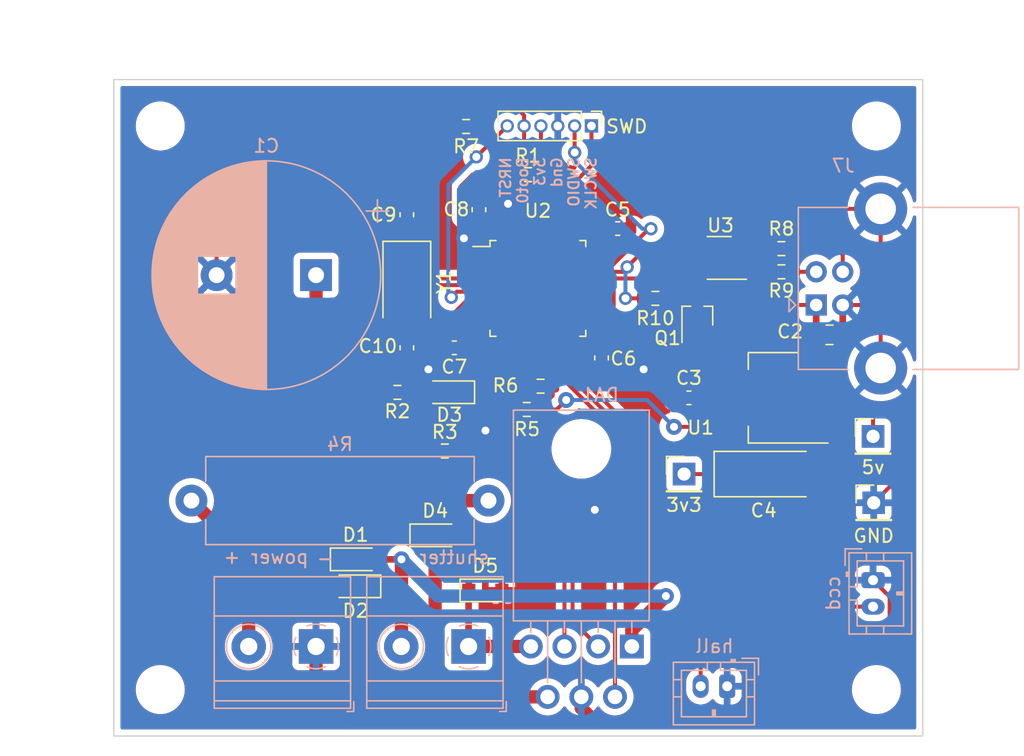
<source format=kicad_pcb>
(kicad_pcb (version 20240108) (generator "pcbnew") (generator_version "8.0")
  (layers (0 "F.Cu" signal) (31 "B.Cu" signal) (34 "B.Paste" user) (35 "F.Paste" user) (36 "B.SilkS" user "B.Silkscreen") (37 "F.SilkS" user "F.Silkscreen") (38 "B.Mask" user) (39 "F.Mask" user) (44 "Edge.Cuts" user))
  (net 0 "")
  (net 1 "Net-(DA1-Vs)")
  (net 2 "GND")
  (net 3 "/VBUS")
  (net 4 "+3V3")
  (net 5 "/OSC_IN")
  (net 6 "/OSC_OUT")
  (net 7 "/Uin")
  (net 8 "Net-(D1-A)")
  (net 9 "/SHTR_V")
  (net 10 "Net-(D4-A)")
  (net 11 "/SHTR_FB")
  (net 12 "/SHTR_A")
  (net 13 "/SHTR_B")
  (net 14 "/SWCLK")
  (net 15 "/SWDIO")
  (net 16 "Net-(J3-Pin_4)")
  (net 17 "/BOOT0")
  (net 18 "/NRST")
  (net 19 "Net-(J7-D-)")
  (net 20 "Net-(J7-D+)")
  (net 21 "/USB_PU")
  (net 22 "Net-(Q1-C)")
  (net 23 "Net-(R8-Pad2)")
  (net 24 "Net-(R9-Pad2)")
  (net 25 "/USBDP")
  (net 29 "Net-(J8-Pin_2)")
  (net 36 "Net-(J9-Pin_2)")
  (net 43 "/USBDM")
  (footprint "Capacitor_SMD:C_0603_1608Metric_Pad1.08x0.95mm_HandSolder" (layer "F.Cu") (at 134.5946 90.7299 -90)
    (property "Reference" "C10")
    (property "Value" "6")
  )
  (footprint "Capacitor_SMD:C_0603_1608Metric_Pad1.08x0.95mm_HandSolder" (layer "F.Cu") (at 140.0302 80.3137 90)
    (property "Reference" "C8")
    (property "Value" "0.1")
  )
  (footprint "Diode_SMD:D_SOD-323_HandSoldering" (layer "F.Cu") (at 137.8 94.08 180)
    (property "Reference" "D3")
    (property "Value" "1N5819")
  )
  (footprint "Resistor_SMD:R_0603_1608Metric_Pad0.98x0.95mm_HandSolder" (layer "F.Cu") (at 133.88 94.09)
    (property "Reference" "R2")
    (property "Value" "56k")
  )
  (footprint "Resistor_SMD:R_0603_1608Metric_Pad0.98x0.95mm_HandSolder" (layer "F.Cu") (at 153.3375 87)
    (property "Reference" "R10")
    (property "Value" "1k5")
  )
  (footprint "Connector_PinHeader_2.54mm:PinHeader_1x01_P2.54mm_Vertical" (layer "F.Cu") (at 155.5 100.25)
    (property "Reference" "J6" (hide yes))
    (property "Value" "3v3")
  )
  (footprint "Connector_PinHeader_2.54mm:PinHeader_1x01_P2.54mm_Vertical" (layer "F.Cu") (at 169.7482 97.409)
    (property "Reference" "J4" (hide yes))
    (property "Value" "5v")
  )
  (footprint "Resistor_SMD:R_0603_1608Metric_Pad0.98x0.95mm_HandSolder" (layer "F.Cu") (at 143.637 95.377)
    (property "Reference" "R5")
    (property "Value" "4k7")
  )
  (footprint "Crystal:Crystal_SMD_5032-2Pin_5.0x3.2mm" (layer "F.Cu") (at 134.5946 85.7504 -90)
    (property "Reference" "Y1")
    (property "Value" "NX5032GA-8MHz")
  )
  (footprint "Capacitor_Tantalum_SMD:CP_EIA-6032-28_Kemet-C_Pad2.25x2.35mm_HandSolder" (layer "F.Cu") (at 161.7 100.25)
    (property "Reference" "C4")
    (property "Value" "47u")
  )
  (footprint "Package_QFP:LQFP-48_7x7mm_P0.5mm" (layer "F.Cu") (at 144.475 86.25)
    (property "Reference" "U2")
    (property "Value" "STM32F103C6Tx")
  )
  (footprint "Diode_SMD:D_SOD-323_HandSoldering" (layer "F.Cu") (at 130.7284 106.68)
    (property "Reference" "D1")
    (property "Value" "1N5819")
  )
  (footprint "MountingHole:MountingHole_3.2mm_M3" (layer "F.Cu") (at 116 74)
    (property "Reference" "H3" (hide yes))
    (property "Value" "MountingHole")
  )
  (footprint "Capacitor_SMD:C_0603_1608Metric_Pad1.08x0.95mm_HandSolder" (layer "F.Cu") (at 149.2758 91.4908 -90)
    (property "Reference" "C6")
    (property "Value" "0.1")
  )
  (footprint "Capacitor_SMD:C_0603_1608Metric_Pad1.08x0.95mm_HandSolder" (layer "F.Cu") (at 155.8625 94.5 180)
    (property "Reference" "C3")
    (property "Value" "0.1")
  )
  (footprint "Package_TO_SOT_SMD:SOT-23-6_Handsoldering" (layer "F.Cu") (at 158.15 83.95 180)
    (property "Reference" "U3")
    (property "Value" "USBLC6-2SC6")
  )
  (footprint "Capacitor_SMD:C_0603_1608Metric_Pad1.08x0.95mm_HandSolder" (layer "F.Cu") (at 134.5946 80.6947 90)
    (property "Reference" "C9")
    (property "Value" "6")
  )
  (footprint "Diode_SMD:D_SOD-323_HandSoldering" (layer "F.Cu") (at 140.51 109.02)
    (property "Reference" "D5")
    (property "Value" "1N5819")
  )
  (footprint "Resistor_SMD:R_0603_1608Metric_Pad0.98x0.95mm_HandSolder" (layer "F.Cu") (at 162.8375 83.25 180)
    (property "Reference" "R8")
    (property "Value" "22")
  )
  (footprint "Connector_PinHeader_1.27mm:PinHeader_1x06_P1.27mm_Vertical" (layer "F.Cu") (at 148.515 74 -90)
    (property "Reference" "J3" (hide yes))
    (property "Value" "SWD")
  )
  (footprint "Package_TO_SOT_SMD:SOT-223-3_TabPin2" (layer "F.Cu") (at 162.25 94.5 180)
    (property "Reference" "U1")
    (property "Value" "LM1117-3.3")
  )
  (footprint "Connector_PinHeader_2.54mm:PinHeader_1x01_P2.54mm_Vertical" (layer "F.Cu") (at 169.799 102.4128)
    (property "Reference" "J5" (hide yes))
    (property "Value" "GND")
  )
  (footprint "Capacitor_SMD:C_0805_2012Metric_Pad1.18x1.45mm_HandSolder" (layer "F.Cu") (at 166.4625 89.75)
    (property "Reference" "C2")
    (property "Value" "1u")
  )
  (footprint "MountingHole:MountingHole_3.2mm_M3" (layer "F.Cu") (at 170 116.5)
    (property "Reference" "H2" (hide yes))
    (property "Value" "MountingHole")
  )
  (footprint "Resistor_SMD:R_0603_1608Metric_Pad0.98x0.95mm_HandSolder" (layer "F.Cu") (at 143.7386 77.6732)
    (property "Reference" "R1")
    (property "Value" "6.9")
  )
  (footprint "Resistor_SMD:R_0603_1608Metric_Pad0.98x0.95mm_HandSolder" (layer "F.Cu") (at 162.8375 85 180)
    (property "Reference" "R9")
    (property "Value" "22")
  )
  (footprint "Capacitor_SMD:C_0603_1608Metric_Pad1.08x0.95mm_HandSolder" (layer "F.Cu") (at 150.4961 81.7372)
    (property "Reference" "C5")
    (property "Value" "0.1")
  )
  (footprint "Resistor_SMD:R_0603_1608Metric_Pad0.98x0.95mm_HandSolder" (layer "F.Cu") (at 144.6784 93.6244)
    (property "Reference" "R6")
    (property "Value" "4k7")
  )
  (footprint "Capacitor_SMD:C_0603_1608Metric_Pad1.08x0.95mm_HandSolder" (layer "F.Cu") (at 138.1749 90.7288 180)
    (property "Reference" "C7")
    (property "Value" "0.1")
  )
  (footprint "MountingHole:MountingHole_3.2mm_M3" (layer "F.Cu") (at 116 116.5)
    (property "Reference" "H4" (hide yes))
    (property "Value" "MountingHole")
  )
  (footprint "MountingHole:MountingHole_3.2mm_M3" (layer "F.Cu") (at 170 74)
    (property "Reference" "H1" (hide yes))
    (property "Value" "MountingHole")
  )
  (footprint "Resistor_SMD:R_0603_1608Metric_Pad0.98x0.95mm_HandSolder" (layer "F.Cu") (at 139.0631 74.041 180)
    (property "Reference" "R7")
    (property "Value" "10k")
  )
  (footprint "Diode_SMD:D_SOD-323_HandSoldering" (layer "F.Cu") (at 136.73 104.87)
    (property "Reference" "D4")
    (property "Value" "1N5819")
  )
  (footprint "Package_TO_SOT_SMD:SOT-323_SC-70_Handsoldering" (layer "F.Cu") (at 156.5 88.33 90)
    (property "Reference" "Q1")
    (property "Value" "DTA114Y")
  )
  (footprint "Diode_SMD:D_SOD-323_HandSoldering" (layer "F.Cu") (at 130.7284 108.712 180)
    (property "Reference" "D2")
    (property "Value" "1N5819")
  )
  (footprint "Resistor_SMD:R_0603_1608Metric_Pad0.98x0.95mm_HandSolder" (layer "F.Cu") (at 137.4575 98.51)
    (property "Reference" "R3")
    (property "Value" "4k7")
  )
  (footprint "Resistor_THT:R_Axial_Power_L20.0mm_W6.4mm_P22.40mm" (layer "B.Cu") (at 118.35 102.25)
    (property "Reference" "R4")
    (property "Value" "300 II")
  )
  (footprint "Capacitor_THT:CP_Radial_D17.0mm_P7.50mm" (layer "B.Cu") (at 127.75 85.25 180)
    (property "Reference" "C1")
    (property "Value" "2200u, 40V")
  )
  (footprint "Package_TO_SOT_THT:TO-220-7_P2.54x3.8mm_StaggerEven_Lead5.85mm_TabDown" (layer "B.Cu") (at 151.56 113.25 180)
    (property "Reference" "DA1")
    (property "Value" "TLE5205")
  )
  (footprint "Connector_JST:JST_PH_B2B-PH-K_1x02_P2.00mm_Vertical" (layer "B.Cu") (at 158.75 116.25 180)
    (property "Reference" "J8" (hide yes))
    (property "Value" "hall")
  )
  (footprint "Connector_USB:USB_B_Lumberg_2411_02_Horizontal" (layer "B.Cu") (at 165.4625 87.5)
    (property "Reference" "J7")
    (property "Value" "USB_B")
  )
  (footprint "TerminalBlock_Phoenix:TerminalBlock_Phoenix_MKDS-1,5-2-5.08_1x02_P5.08mm_Horizontal" (layer "B.Cu") (at 139.25 113.25 180)
    (property "Reference" "J1" (hide yes))
    (property "Value" "shutter")
  )
  (footprint "TerminalBlock_Phoenix:TerminalBlock_Phoenix_MKDS-1,5-2-5.08_1x02_P5.08mm_Horizontal" (layer "B.Cu") (at 127.75 113.25 180)
    (property "Reference" "J2" (hide yes))
    (property "Value" "power")
  )
  (footprint "Connector_JST:JST_PH_B2B-PH-K_1x02_P2.00mm_Vertical" (layer "B.Cu") (at 169.75 108.25 -90)
    (property "Reference" "J9" (hide yes))
    (property "Value" "ccd")
  )
  (gr_line (start 112.5 70.5) (end 173.5 70.5) (stroke (width 0.1)) (layer "Edge.Cuts"))
  (gr_line (start 173.5 120) (end 112.5 120) (stroke (width 0.1)) (layer "Edge.Cuts"))
  (gr_line (start 173.5 70.5) (end 173.5 120) (stroke (width 0.1)) (layer "Edge.Cuts"))
  (gr_line (start 112.5 120) (end 112.5 70.5) (stroke (width 0.1)) (layer "Edge.Cuts"))
  (gr_text "-" (at 129.159 107.188 0) (layer "B.SilkS") (effects (font (size 1 1)) (justify left bottom mirror)))
  (gr_text "NRST\nBoot0\n3v3\nGnd\nSWDIO\nSWCLK" (at 148.9456 76.2762 90) (layer "B.SilkS") (effects (font (size 0.8 0.8)) (justify left bottom mirror)))
  (gr_text "+" (at 122.1232 107.0864 0) (layer "B.SilkS") (effects (font (size 1 1)) (justify left bottom mirror)))
  (segment (start 140.75 102.25) (end 136.9051 102.25) (width 1) (layer "F.Cu") (net 1))
  (segment (start 127.75 95.95) (end 127.75 94.1) (width 1) (layer "F.Cu") (net 1))
  (segment (start 136.7282 114.7282) (end 139.05 117.05) (width 1) (layer "F.Cu") (net 1))
  (segment (start 132.9675 94.09) (end 127.76 94.09) (width 0.3) (layer "F.Cu") (net 1))
  (segment (start 139.05 117.05) (end 145.21 117.05) (width 1) (layer "F.Cu") (net 1))
  (segment (start 136.7282 106.2718) (end 136.7282 102.4269) (width 1) (layer "F.Cu") (net 1))
  (segment (start 127.75 94.1) (end 127.75 85.25) (width 1) (layer "F.Cu") (net 1))
  (segment (start 136.7282 106.2718) (end 136.7282 114.7282) (width 1) (layer "F.Cu") (net 1))
  (segment (start 134.05 102.25) (end 133.8826 102.0826) (width 1) (layer "F.Cu") (net 1))
  (segment (start 140.75 102.25) (end 134.05 102.25) (width 1) (layer "F.Cu") (net 1))
  (segment (start 133.8826 102.0826) (end 127.75 95.95) (width 1) (layer "F.Cu") (net 1))
  (segment (start 127.76 94.09) (end 127.75 94.1) (width 0.3) (layer "F.Cu") (net 1))
  (segment (start 136.7282 102.4269) (end 136.9051 102.25) (width 1) (layer "F.Cu") (net 1))
  (segment (start 140.54 98.51) (end 143.21 101.18) (width 0.3) (layer "F.Cu") (net 2))
  (segment (start 151.3586 81.7372) (end 151.3586 80.6196) (width 0.3) (layer "F.Cu") (net 2))
  (segment (start 151.3586 80.6196) (end 151.7282 80.25) (width 0.3) (layer "F.Cu") (net 2))
  (segment (start 145.975 72.7722) (end 145.3896 72.1868) (width 0.3) (layer "F.Cu") (net 2))
  (segment (start 137.3124 88.954453) (end 138.4554 87.811453) (width 0.3) (layer "F.Cu") (net 2))
  (segment (start 169.799 102.4128) (end 169.799 108.201) (width 0.3) (layer "F.Cu") (net 2))
  (segment (start 148.4225 91.5) (end 149.2758 92.3533) (width 0.3) (layer "F.Cu") (net 2))
  (segment (start 138.37 98.51) (end 140.54 98.51) (width 0.3) (layer "F.Cu") (net 2))
  (segment (start 145.3896 72.1868) (end 138.6586 72.1868) (width 0.3) (layer "F.Cu") (net 2))
  (segment (start 158.1658 83.5152) (end 158.1658 81.3328) (width 0.3) (layer "F.Cu") (net 2))
  (segment (start 139.266853 87) (end 138.4554 87.811453) (width 0.3) (layer "F.Cu") (net 2))
  (segment (start 130.302 118.999) (end 127.75 116.447) (width 1) (layer "F.Cu") (net 2))
  (segment (start 134.5946 77.597) (end 138.1506 74.041) (width 0.3) (layer "F.Cu") (net 2))
  (segment (start 134.5946 79.8322) (end 122.6178 79.8322) (width 0.3) (layer "F.Cu") (net 2))
  (segment (start 127.75 116.447) (end 127.75 113.25) (width 1) (layer "F.Cu") (net 2))
  (segment (start 156.49 80.25) (end 151.7282 80.25) (width 0.3) (layer "F.Cu") (net 2))
  (segment (start 138.3792 82.4738) (end 135.7376 79.8322) (width 0.3) (layer "F.Cu") (net 2))
  (segment (start 171 109.5) (end 171 112.5) (width 0.3) (layer "F.Cu") (net 2))
  (segment (start 149.553 84) (end 151.3586 82.1944) (width 0.3) (layer "F.Cu") (net 2))
  (segment (start 156.49 73.55) (end 156.49 80.25) (width 0.3) (layer "F.Cu") (net 2))
  (segment (start 120.25 82.2) (end 120.25 85.25) (width 0.3) (layer "F.Cu") (net 2))
  (segment (start 138.1506 72.6948) (end 138.1506 74.041) (width 0.3) (layer "F.Cu") (net 2))
  (segment (start 143.21 105.89) (end 141.76 107.34) (width 0.3) (layer "F.Cu") (net 2))
  (segment (start 168.7955 87.5) (end 168.90505 87.60955) (width 0.3) (layer "F.Cu") (net 2))
  (segment (start 170.3225 80.25) (end 170.3225 86.1921) (width 0.3) (layer "F.Cu") (net 2))
  (segment (start 164.25 100.25) (end 164.25 97.95) (width 0.5) (layer "F.Cu") (net 2))
  (segment (start 140.54 96.99) (end 140.52 96.97) (width 0.3) (layer "F.Cu") (net 2))
  (segment (start 170.3225 80.25) (end 159.2466 80.25) (width 0.3) (layer "F.Cu") (net 2))
  (segment (start 167.4625 87.5) (end 168.7955 87.5) (width 0.3) (layer "F.Cu") (net 2))
  (segment (start 135.7376 79.8322) (end 134.5946 79.8322) (width 0.3) (layer "F.Cu") (net 2))
  (segment (start 149.2758 92.3533) (end 149.2769 92.3544) (width 0.3) (layer "F.Cu") (net 2))
  (segment (start 166.5 112.5) (end 171 112.5) (width 0.3) (layer "F.Cu") (net 2))
  (segment (start 134.5946 91.5924) (end 136.4488 91.5924) (width 0.3) (layer "F.Cu") (net 2))
  (segment (start 136.4488 91.5924) (end 137.3124 90.7288) (width 0.3) (layer "F.Cu") (net 2))
  (segment (start 141.76 107.34) (end 141.76 109.02) (width 0.3) (layer "F.Cu") (net 2))
  (segment (start 167.4625 87.5) (end 167.4625 89.7125) (width 0.5) (layer "F.Cu") (net 2))
  (segment (start 159.2466 80.25) (end 156.49 80.25) (width 0.3) (layer "F.Cu") (net 2))
  (segment (start 158.37 81.1286) (end 158.369 81.1276) (width 0.3) (layer "F.Cu") (net 2))
  (segment (start 145.3896 72.1868) (end 155.1268 72.1868) (width 0.3) (layer "F.Cu") (net 2))
  (segment (start 148.844 118.999) (end 130.302 118.999) (width 1) (layer "F.Cu") (net 2))
  (segment (start 158.369 81.1276) (end 159.2466 80.25) (width 0.3) (layer "F.Cu") (net 2))
  (segment (start 168.90505 87.60955) (end 170.3225 89.027) (width 0.3) (layer "F.Cu") (net 2))
  (segment (start 137.3124 90.7288) (end 137.3124 88.954453) (width 0.3) (layer "F.Cu") (net 2))
  (segment (start 138.6586 72.1868) (end 138.1506 72.6948) (width 0.3) (layer "F.Cu") (net 2))
  (segment (start 169.75 108.25) (end 171 109.5) (width 0.3) (layer "F.Cu") (net 2))
  (segment (start 140.0302 79.4512) (end 141.8082 79.4512) (width 0.3) (layer "F.Cu") (net 2))
  (segment (start 127.75 110.4404) (end 129.4784 108.712) (width 0.5) (layer "F.Cu") (net 2))
  (segment (start 151.3586 82.1944) (end 151.3586 81.7372) (width 0.3) (layer "F.Cu") (net 2))
  (segment (start 159.5 83.95) (end 158.6006 83.95) (width 0.3) (layer "F.Cu") (net 2))
  (segment (start 136.2202 92.3544) (end 135.3566 92.3544) (width 0.3) (layer "F.Cu") (net 2))
  (segment (start 143.21 101.18) (end 143.21 105.89) (width 0.3) (layer "F.Cu") (net 2))
  (segment (start 166.4128 102.4128) (end 169.799 102.4128) (width 0.3) (layer "F.Cu") (net 2))
  (segment (start 158.1658 81.3328) (end 158.37 81.1286) (width 0.3) (layer "F.Cu") (net 2))
  (segment (start 140.54 98.51) (end 140.54 96.99) (width 0.3) (layer "F.Cu") (net 2))
  (segment (start 147.75 117.05) (end 147.75 117.905) (width 1) (layer "F.Cu") (net 2))
  (segment (start 172.3898 94.3173) (end 172.3898 99.822) (width 0.3) (layer "F.Cu") (net 2))
  (segment (start 122.6178 79.8322) (end 120.25 82.2) (width 0.3) (layer "F.Cu") (net 2))
  (segment (start 138.8969 82.4738) (end 138.3792 82.4738) (width 0.3) (layer "F.Cu") (net 2))
  (segment (start 151.4225 94.5) (end 149.2758 92.3533) (width 0.3) (layer "F.Cu") (net 2))
  (segment (start 167.4625 89.7125) (end 167.5 89.75) (width 0.5) (layer "F.Cu") (net 2))
  (segment (start 164.25 97.95) (end 165.4 96.8) (width 0.5) (layer "F.Cu") (net 2))
  (segment (start 146.973959 91.5) (end 148.4225 91.5) (width 0.3) (layer "F.Cu") (net 2))
  (segment (start 141.8082 79.4512) (end 142.225 79.868) (width 0.3) (layer "F.Cu") (net 2))
  (segment (start 164.25 100.25) (end 166.4128 102.4128) (width 0.3) (layer "F.Cu") (net 2))
  (segment (start 148.6375 84) (end 149.553 84) (width 0.3) (layer "F.Cu") (net 2))
  (segment (start 170.3225 92.25) (end 170.3225 89.027) (width 0.3) (layer "F.Cu") (net 2))
  (segment (start 158.6006 83.95) (end 158.1658 83.5152) (width 0.3) (layer "F.Cu") (net 2))
  (segment (start 169.799 108.201) (end 169.75 108.25) (width 0.3) (layer "F.Cu") (net 2))
  (segment (start 145.975 74) (end 145.975 72.7722) (width 0.3) (layer "F.Cu") (net 2))
  (segment (start 170.3225 86.1921) (end 168.90505 87.60955) (width 0.3) (layer "F.Cu") (net 2))
  (segment (start 146.725 90.4125) (end 146.725 91.251041) (width 0.3) (layer "F.Cu") (net 2))
  (segment (start 172.3898 99.822) (end 169.799 102.4128) (width 0.3) (layer "F.Cu") (net 2))
  (segment (start 162.75 116.25) (end 166.5 112.5) (width 0.3) (layer "F.Cu") (net 2))
  (segment (start 134.5946 79.8322) (end 134.5946 77.597) (width 0.3) (layer "F.Cu") (net 2))
  (segment (start 149.2769 92.3544) (end 152.4508 92.3544) (width 0.3) (layer "F.Cu") (net 2))
  (segment (start 155.1268 72.1868) (end 156.49 73.55) (width 0.3) (layer "F.Cu") (net 2))
  (segment (start 140.3125 87) (end 139.266853 87) (width 0.3) (layer "F.Cu") (net 2))
  (segment (start 155 94.5) (end 151.4225 94.5) (width 0.3) (layer "F.Cu") (net 2))
  (segment (start 158.75 116.25) (end 162.75 116.25) (width 0.3) (layer "F.Cu") (net 2))
  (segment (start 135.3566 92.3544) (end 134.5946 91.5924) (width 0.3) (layer "F.Cu") (net 2))
  (segment (start 142.225 82.0875) (end 142.225 79.868) (width 0.3) (layer "F.Cu") (net 2))
  (segment (start 146.725 91.251041) (end 146.973959 91.5) (width 0.3) (layer "F.Cu") (net 2))
  (segment (start 170.3225 92.25) (end 172.3898 94.3173) (width 0.3) (layer "F.Cu") (net 2))
  (segment (start 147.75 117.905) (end 148.844 118.999) (width 1) (layer "F.Cu") (net 2))
  (segment (start 127.75 113.25) (end 127.75 110.4404) (width 0.5) (layer "F.Cu") (net 2))
  (via (at 136.2202 92.3544) (size 1.2) (drill 0.6) (layers "F.Cu" "B.Cu") (net 2))
  (via (at 138.8969 82.4738) (size 1.2) (drill 0.6) (layers "F.Cu" "B.Cu") (net 2))
  (via (at 142.225 79.868) (size 1.2) (drill 0.6) (layers "F.Cu" "B.Cu") (net 2))
  (via (at 148.7678 102.9462) (size 1.2) (drill 0.6) (layers "F.Cu" "B.Cu") (net 2))
  (via (at 152.4508 92.3544) (size 1.2) (drill 0.6) (layers "F.Cu" "B.Cu") (net 2))
  (via (at 140.52 96.97) (size 1.2) (drill 0.6) (layers "F.Cu" "B.Cu") (net 2))
  (segment (start 152.4508 92.3544) (end 140.62 92.3544) (width 0.3) (layer "B.Cu") (net 2))
  (segment (start 141.5027 79.868) (end 138.8969 82.4738) (width 0.3) (layer "B.Cu") (net 2))
  (segment (start 142.225 79.868) (end 141.5027 79.868) (width 0.3) (layer "B.Cu") (net 2))
  (segment (start 138.8969 92.3447) (end 138.8872 92.3544) (width 0.3) (layer "B.Cu") (net 2))
  (segment (start 140.52 96.97) (end 140.52 92.4544) (width 0.3) (layer "B.Cu") (net 2))
  (segment (start 140.52 92.4544) (end 140.52 84.0969) (width 0.3) (layer "B.Cu") (net 2))
  (segment (start 146.4962 102.9462) (end 148.7678 102.9462) (width 0.3) (layer "B.Cu") (net 2))
  (segment (start 138.8872 92.3544) (end 136.2202 92.3544) (width 0.3) (layer "B.Cu") (net 2))
  (segment (start 140.52 84.0969) (end 138.8969 82.4738) (width 0.3) (layer "B.Cu") (net 2))
  (segment (start 140.52 96.97) (end 146.4962 102.9462) (width 0.3) (layer "B.Cu") (net 2))
  (segment (start 140.62 92.3544) (end 138.8872 92.3544) (width 0.3) (layer "B.Cu") (net 2))
  (segment (start 140.52 92.4544) (end 140.62 92.3544) (width 0.3) (layer "B.Cu") (net 2))
  (segment (start 158.1404 84.328) (end 158.1404 86.36) (width 0.3) (layer "F.Cu") (net 3))
  (segment (start 158.1404 86.36) (end 159.2804 87.5) (width 0.3) (layer "F.Cu") (net 3))
  (segment (start 157.7624 83.95) (end 158.1404 84.328) (width 0.3) (layer "F.Cu") (net 3))
  (segment (start 165.4625 89.7125) (end 165.425 89.75) (width 0.5) (layer "F.Cu") (net 3))
  (segment (start 169.7482 95.9358) (end 169.7482 97.409) (width 0.3) (layer "F.Cu") (net 3))
  (segment (start 159.2804 87.5) (end 165.4625 87.5) (width 0.3) (layer "F.Cu") (net 3))
  (segment (start 165.4625 87.5) (end 165.4625 89.7125) (width 0.5) (layer "F.Cu") (net 3))
  (segment (start 165.425 92.175) (end 165.4 92.2) (width 0.5) (layer "F.Cu") (net 3))
  (segment (start 165.425 89.75) (end 165.425 92.175) (width 0.5) (layer "F.Cu") (net 3))
  (segment (start 165.4 92.2) (end 166.0124 92.2) (width 0.3) (layer "F.Cu") (net 3))
  (segment (start 166.0124 92.2) (end 169.7482 95.9358) (width 0.3) (layer "F.Cu") (net 3))
  (segment (start 156.8 83.95) (end 157.7624 83.95) (width 0.3) (layer "F.Cu") (net 3))
  (segment (start 157.15 89.66) (end 157.15 92.55) (width 0.3) (layer "F.Cu") (net 4))
  (segment (start 147.4408 90.6283) (end 147.225 90.4125) (width 0.3) (layer "F.Cu") (net 4))
  (segment (start 139.0374 90.7288) (end 139.0374 88.318) (width 0.3) (layer "F.Cu") (net 4))
  (segment (start 141.725 82.0875) (end 141.725 83.432) (width 0.3) (layer "F.Cu") (net 4))
  (segment (start 145.5909 94.3356) (end 144.5495 95.377) (width 0.3) (layer "F.Cu") (net 4))
  (segment (start 147.5638 83.5) (end 148.6375 83.5) (width 0.3) (layer "F.Cu") (net 4))
  (segment (start 141.725 82.0875) (end 140.9415 82.0875) (width 0.3) (layer "F.Cu") (net 4))
  (segment (start 144.5495 95.377) (end 145.8976 95.377) (width 0.3) (layer "F.Cu") (net 4))
  (segment (start 138.6332 80.9244) (end 138.885 81.1762) (width 0.3) (layer "F.Cu") (net 4))
  (segment (start 156.7 96.69) (end 156.7 94.525) (width 0.3) (layer "F.Cu") (net 4))
  (segment (start 141.7828 83.4898) (end 143.0274 84.7344) (width 0.3) (layer "F.Cu") (net 4))
  (segment (start 149.6336 82.5039) (end 148.6375 83.5) (width 0.3) (layer "F.Cu") (net 4))
  (segment (start 142.8261 77.6732) (end 139.5476 77.6732) (width 0.3) (layer "F.Cu") (net 4))
  (segment (start 139.0396 87.934359) (end 139.0396 88.3158) (width 0.3) (layer "F.Cu") (net 4))
  (segment (start 159.15 100.25) (end 159.1 100.2) (width 0.5) (layer "F.Cu") (net 4))
  (segment (start 140.3125 87.5) (end 147.225 87.5) (width 0.3) (layer "F.Cu") (net 4))
  (segment (start 147.225 90.4125) (end 147.225 87.5) (width 0.3) (layer "F.Cu") (net 4))
  (segment (start 140.3125 87.5) (end 139.473959 87.5) (width 0.3) (layer "F.Cu") (net 4))
  (segment (start 138.6332 78.5876) (end 138.6332 80.9244) (width 0.3) (layer "F.Cu") (net 4))
  (segment (start 139.473959 87.5) (end 139.0396 87.934359) (width 0.3) (layer "F.Cu") (net 4))
  (segment (start 138.885 81.1762) (end 140.0302 81.1762) (width 0.3) (layer "F.Cu") (net 4))
  (segment (start 147.225 83.8388) (end 147.5638 83.5) (width 0.3) (layer "F.Cu") (net 4))
  (segment (start 159.1 94.5) (end 156.725 94.5) (width 0.5) (layer "F.Cu") (net 4))
  (segment (start 156.725 94.5) (end 156.725 93.479) (width 0.5) (layer "F.Cu") (net 4))
  (segment (start 139.0374 88.318) (end 139.0396 88.3158) (width 0.3) (layer "F.Cu") (net 4))
  (segment (start 149.2758 90.6283) (end 147.4408 90.6283) (width 0.3) (layer "F.Cu") (net 4))
  (segment (start 140.3125 83.5) (end 141.7726 83.5) (width 0.3) (layer "F.Cu") (net 4))
  (segment (start 156.7 94.525) (end 156.725 94.5) (width 0.3) (layer "F.Cu") (net 4))
  (segment (start 156.725 93.479) (end 153.8743 90.6283) (width 0.5) (layer "F.Cu") (net 4))
  (segment (start 157.15 92.55) (end 159.1 94.5) (width 0.3) (layer "F.Cu") (net 4))
  (segment (start 149.6336 81.7372) (end 149.6336 82.5039) (width 0.3) (layer "F.Cu") (net 4))
  (segment (start 159.1 100.2) (end 159.1 94.5) (width 0.5) (layer "F.Cu") (net 4))
  (segment (start 139.0374 90.7288) (end 139.05 90.7414) (width 0.3) (layer "F.Cu") (net 4))
  (segment (start 155.5 100.25) (end 159.15 100.25) (width 0.3) (layer "F.Cu") (net 4))
  (segment (start 141.725 83.432) (end 141.7828 83.4898) (width 0.3) (layer "F.Cu") (net 4))
  (segment (start 139.05 90.7414) (end 139.05 94.08) (width 0.3) (layer "F.Cu") (net 4))
  (segment (start 145.5909 93.6244) (end 145.5909 94.3356) (width 0.3) (layer "F.Cu") (net 4))
  (segment (start 139.5476 77.6732) (end 138.6332 78.5876) (width 0.3) (layer "F.Cu") (net 4))
  (segment (start 145.8976 95.377) (end 146.608327 94.666273) (width 0.3) (layer "F.Cu") (net 4))
  (segment (start 165.4 94.5) (end 159.1 94.5) (width 0.5) (layer "F.Cu") (net 4))
  (segment (start 143.0274 84.7344) (end 147.225 84.7344) (width 0.3) (layer "F.Cu") (net 4))
  (segment (start 147.225 84.7344) (end 147.225 83.8388) (width 0.3) (layer "F.Cu") (net 4))
  (segment (start 153.8743 90.6283) (end 149.2758 90.6283) (width 0.5) (layer "F.Cu") (net 4))
  (segment (start 140.9415 82.0875) (end 140.0302 81.1762) (width 0.3) (layer "F.Cu") (net 4))
  (segment (start 141.7726 83.5) (end 141.7828 83.4898) (width 0.3) (layer "F.Cu") (net 4))
  (segment (start 154.74 96.69) (end 156.7 96.69) (width 0.3) (layer "F.Cu") (net 4))
  (segment (start 147.225 87.5) (end 147.225 84.7344) (width 0.3) (layer "F.Cu") (net 4))
  (via (at 146.608327 94.666273) (size 1.2) (drill 0.6) (layers "F.Cu" "B.Cu") (net 4))
  (via (at 154.74 96.69) (size 1.2) (drill 0.6) (layers "F.Cu" "B.Cu") (net 4))
  (segment (start 146.608327 94.666273) (end 152.716273 94.666273) (width 0.3) (layer "B.Cu") (net 4))
  (segment (start 152.716273 94.666273) (end 154.74 96.69) (width 0.3) (layer "B.Cu") (net 4))
  (segment (start 140.3125 85.5) (end 136.1942 85.5) (width 0.3) (layer "F.Cu") (net 5))
  (segment (start 134.5946 81.5572) (end 134.5946 83.9004) (width 0.3) (layer "F.Cu") (net 5))
  (segment (start 136.1942 85.5) (end 134.5946 83.9004) (width 0.3) (layer "F.Cu") (net 5))
  (segment (start 136.195 86) (end 134.5946 87.6004) (width 0.3) (layer "F.Cu") (net 6))
  (segment (start 134.5946 87.6004) (end 134.5946 89.8674) (width 0.3) (layer "F.Cu") (net 6))
  (segment (start 140.3125 86) (end 136.195 86) (width 0.3) (layer "F.Cu") (net 6))
  (segment (start 122.67 106.57) (end 118.35 102.25) (width 1) (layer "F.Cu") (net 7))
  (segment (start 122.67 113.25) (end 122.67 106.57) (width 1) (layer "F.Cu") (net 7))
  (segment (start 135.48 104.87) (end 131.2884 104.87) (width 0.5) (layer "F.Cu") (net 7))
  (segment (start 131.2884 104.87) (end 129.4784 106.68) (width 0.5) (layer "F.Cu") (net 7))
  (segment (start 129.4784 106.68) (end 122.78 106.68) (width 0.5) (layer "F.Cu") (net 7))
  (segment (start 122.78 106.68) (end 122.67 106.57) (width 0.5) (layer "F.Cu") (net 7))
  (segment (start 131.9784 106.68) (end 131.9784 108.712) (width 0.5) (layer "F.Cu") (net 8))
  (segment (start 151.56 113.25) (end 151.56 112.0158) (width 1) (layer "F.Cu") (net 8))
  (segment (start 134.1882 113.2318) (end 134.17 113.25) (width 1) (layer "F.Cu") (net 8))
  (segment (start 134.1882 106.68) (end 134.1882 113.2318) (width 1) (layer "F.Cu") (net 8))
  (segment (start 151.56 112.0158) (end 154.1272 109.4486) (width 1) (layer "F.Cu") (net 8))
  (segment (start 134.1882 106.68) (end 131.9784 106.68) (width 0.5) (layer "F.Cu") (net 8))
  (via (at 154.1272 109.4486) (size 1.2) (drill 0.6) (layers "F.Cu" "B.Cu") (net 8))
  (via (at 134.1882 106.68) (size 1.2) (drill 0.6) (layers "F.Cu" "B.Cu") (net 8))
  (segment (start 154.1272 109.4486) (end 136.9568 109.4486) (width 1) (layer "B.Cu") (net 8))
  (segment (start 136.9568 109.4486) (end 134.1882 106.68) (width 1) (layer "B.Cu") (net 8))
  (segment (start 134.8025 94.08) (end 134.7925 94.09) (width 0.3) (layer "F.Cu") (net 9))
  (segment (start 136.55 98.505) (end 136.55 95.56) (width 0.3) (layer "F.Cu") (net 9))
  (segment (start 136.545 98.51) (end 136.55 98.505) (width 0.3) (layer "F.Cu") (net 9))
  (segment (start 141.725 93.985) (end 141.725 90.4125) (width 0.3) (layer "F.Cu") (net 9))
  (segment (start 136.55 95.56) (end 136.55 94.08) (width 0.3) (layer "F.Cu") (net 9))
  (segment (start 140.15 95.56) (end 141.725 93.985) (width 0.3) (layer "F.Cu") (net 9))
  (segment (start 136.55 95.56) (end 140.15 95.56) (width 0.3) (layer "F.Cu") (net 9))
  (segment (start 136.55 94.08) (end 134.8025 94.08) (width 0.3) (layer "F.Cu") (net 9))
  (segment (start 139.26 106.15) (end 137.98 104.87) (width 0.5) (layer "F.Cu") (net 10))
  (segment (start 139.26 109.02) (end 139.26 106.15) (width 0.5) (layer "F.Cu") (net 10))
  (segment (start 139.25 113.25) (end 139.25 109.03) (width 0.5) (layer "F.Cu") (net 10))
  (segment (start 139.25 109.03) (end 139.26 109.02) (width 0.5) (layer "F.Cu") (net 10))
  (segment (start 143.94 113.25) (end 139.25 113.25) (width 1) (layer "F.Cu") (net 10))
  (segment (start 143.725 92.055) (end 143.725 90.4125) (width 0.3) (layer "F.Cu") (net 11))
  (segment (start 150.29 117.05) (end 150.29 97.00515) (width 0.3) (layer "F.Cu") (net 11))
  (segment (start 145.83485 92.55) (end 144.22 92.55) (width 0.3) (layer "F.Cu") (net 11))
  (segment (start 150.29 97.00515) (end 145.83485 92.55) (width 0.3) (layer "F.Cu") (net 11))
  (segment (start 144.22 92.55) (end 143.725 92.055) (width 0.3) (layer "F.Cu") (net 11))
  (segment (start 143.225 90.4125) (end 143.225 93.0835) (width 0.3) (layer "F.Cu") (net 12))
  (segment (start 143.712 99.0842) (end 147.0914 102.4636) (width 0.3) (layer "F.Cu") (net 12))
  (segment (start 143.712 93.6783) (end 143.712 99.0842) (width 0.3) (layer "F.Cu") (net 12))
  (segment (start 143.225 93.0835) (end 143.7659 93.6244) (width 0.3) (layer "F.Cu") (net 12))
  (segment (start 147.0914 111.3214) (end 149.02 113.25) (width 0.3) (layer "F.Cu") (net 12))
  (segment (start 143.7659 93.6244) (end 143.712 93.6783) (width 0.3) (layer "F.Cu") (net 12))
  (segment (start 147.0914 102.4636) (end 147.0914 111.3214) (width 0.3) (layer "F.Cu") (net 12))
  (segment (start 142.725 95.3765) (end 142.7245 95.377) (width 0.3) (layer "F.Cu") (net 13))
  (segment (start 146.48 113.25) (end 146.48 102.665) (width 0.3) (layer "F.Cu") (net 13))
  (segment (start 146.48 102.665) (end 142.7245 98.9095) (width 0.3) (layer "F.Cu") (net 13))
  (segment (start 142.7245 98.9095) (end 142.7245 95.377) (width 0.3) (layer "F.Cu") (net 13))
  (segment (start 142.725 90.4125) (end 142.725 95.3765) (width 0.3) (layer "F.Cu") (net 13))
  (segment (start 147.225 78.275) (end 148.515 76.985) (width 0.3) (layer "F.Cu") (net 14))
  (segment (start 147.225 82.0875) (end 147.225 78.275) (width 0.3) (layer "F.Cu") (net 14))
  (segment (start 148.515 76.985) (end 148.515 74) (width 0.3) (layer "F.Cu") (net 14))
  (segment (start 148.6375 84.5) (end 150.1 84.5) (width 0.2) (layer "F.Cu") (net 15))
  (segment (start 147.245 74) (end 147.245 75.995) (width 0.3) (layer "F.Cu") (net 15))
  (segment (start 147.245 75.995) (end 147.25 76) (width 0.3) (layer "F.Cu") (net 15))
  (segment (start 152.85 81.75) (end 153 81.75) (width 0.3) (layer "F.Cu") (net 15))
  (segment (start 150.1 84.5) (end 152.85 81.75) (width 0.3) (layer "F.Cu") (net 15))
  (via (at 153 81.75) (size 1) (drill 0.6) (layers "F.Cu" "B.Cu") (net 15))
  (via (at 147.25 76) (size 1) (drill 0.6) (layers "F.Cu" "B.Cu") (net 15))
  (segment (start 147.25 76.65) (end 152.35 81.75) (width 0.3) (layer "B.Cu") (net 15))
  (segment (start 152.35 81.75) (end 153 81.75) (width 0.3) (layer "B.Cu") (net 15))
  (segment (start 147.25 76) (end 147.25 76.65) (width 0.3) (layer "B.Cu") (net 15))
  (segment (start 144.705 77.6193) (end 144.6511 77.6732) (width 0.3) (layer "F.Cu") (net 16))
  (segment (start 144.705 74) (end 144.705 77.6193) (width 0.3) (layer "F.Cu") (net 16))
  (segment (start 143.435 75.617) (end 143.435 74) (width 0.3) (layer "F.Cu") (net 17))
  (segment (start 143.725 75.907) (end 143.435 75.617) (width 0.3) (layer "F.Cu") (net 17))
  (segment (start 143.435 73.204) (end 143.435 74) (width 0.3) (layer "F.Cu") (net 17))
  (segment (start 139.9756 74.041) (end 139.9756 73.2066) (width 0.3) (layer "F.Cu") (net 17))
  (segment (start 143.725 82.0875) (end 143.725 75.907) (width 0.3) (layer "F.Cu") (net 17))
  (segment (start 143.002 72.771) (end 143.435 73.204) (width 0.3) (layer "F.Cu") (net 17))
  (segment (start 140.4112 72.771) (end 143.002 72.771) (width 0.3) (layer "F.Cu") (net 17))
  (segment (start 139.9756 73.2066) (end 140.4112 72.771) (width 0.3) (layer "F.Cu") (net 17))
  (segment (start 139.473959 86.5) (end 138.9758 86.5) (width 0.3) (layer "F.Cu") (net 18))
  (segment (start 139.8325 76.3325) (end 142.165 74) (width 0.3) (layer "F.Cu") (net 18))
  (segment (start 138.9758 86.5) (end 138.3662 86.5) (width 0.3) (layer "F.Cu") (net 18))
  (segment (start 138.3662 86.5) (end 137.9474 86.9188) (width 0.3) (layer "F.Cu") (net 18))
  (segment (start 140.3125 86.5) (end 139.473959 86.5) (width 0.3) (layer "F.Cu") (net 18))
  (via (at 137.9474 86.9188) (size 1) (drill 0.6) (layers "F.Cu" "B.Cu") (net 18))
  (via (at 139.8325 76.3325) (size 1) (drill 0.6) (layers "F.Cu" "B.Cu") (net 18))
  (segment (start 137.9474 86.9188) (end 137.7188 86.6902) (width 0.3) (layer "B.Cu") (net 18))
  (segment (start 137.7188 78.4462) (end 139.8325 76.3325) (width 0.3) (layer "B.Cu") (net 18))
  (segment (start 137.7188 86.6902) (end 137.7188 78.4462) (width 0.3) (layer "B.Cu") (net 18))
  (segment (start 163.75 85) (end 165.4625 85) (width 0.3) (layer "F.Cu") (net 19))
  (segment (start 167.4625 83.7187) (end 167.4625 85) (width 0.3) (layer "F.Cu") (net 20))
  (segment (start 163.75 83.25) (end 166.9938 83.25) (width 0.3) (layer "F.Cu") (net 20))
  (segment (start 166.9938 83.25) (end 167.4625 83.7187) (width 0.3) (layer "F.Cu") (net 20))
  (segment (start 155.85 89.66) (end 150.8232 89.66) (width 0.3) (layer "F.Cu") (net 21))
  (segment (start 149.8556 86) (end 148.6375 86) (width 0.3) (layer "F.Cu") (net 21))
  (segment (start 150.1902 89.027) (end 150.1902 86.3346) (width 0.3) (layer "F.Cu") (net 21))
  (segment (start 150.1902 86.3346) (end 149.8556 86) (width 0.3) (layer "F.Cu") (net 21))
  (segment (start 150.8232 89.66) (end 150.1902 89.027) (width 0.3) (layer "F.Cu") (net 21))
  (segment (start 156.5 87) (end 154.25 87) (width 0.3) (layer "F.Cu") (net 22))
  (segment (start 161.675 83) (end 161.925 83.25) (width 0.3) (layer "F.Cu") (net 23))
  (segment (start 159.5 83) (end 161.675 83) (width 0.3) (layer "F.Cu") (net 23))
  (segment (start 159.6 85) (end 159.5 84.9) (width 0.3) (layer "F.Cu") (net 24))
  (segment (start 161.925 85) (end 159.6 85) (width 0.3) (layer "F.Cu") (net 24))
  (segment (start 151.2062 84.6328) (end 152.839 83) (width 0.3) (layer "F.Cu") (net 25))
  (segment (start 151.0842 87) (end 151.0792 86.995) (width 0.3) (layer "F.Cu") (net 25))
  (segment (start 148.6375 85) (end 150.839 85) (width 0.3) (layer "F.Cu") (net 25))
  (segment (start 152.425 87) (end 151.0842 87) (width 0.3) (layer "F.Cu") (net 25))
  (segment (start 150.839 85) (end 151.2062 84.6328) (width 0.3) (layer "F.Cu") (net 25))
  (segment (start 152.839 83) (end 156.8 83) (width 0.3) (layer "F.Cu") (net 25))
  (via (at 151.2062 84.6328) (size 1) (drill 0.6) (layers "F.Cu" "B.Cu") (net 25))
  (via (at 151.0792 86.995) (size 1) (drill 0.6) (layers "F.Cu" "B.Cu") (net 25))
  (segment (start 151.0792 84.7598) (end 151.2062 84.6328) (width 0.3) (layer "B.Cu") (net 25))
  (segment (start 151.0792 86.995) (end 151.0792 84.7598) (width 0.3) (layer "B.Cu") (net 25))
  (segment (start 156.75 108.09) (end 156.75 116.25) (width 0.3) (layer "F.Cu") (net 29))
  (segment (start 144.225 90.4125) (end 144.225 91.665) (width 0.3) (layer "F.Cu") (net 29))
  (segment (start 146.041956 92.05) (end 150.79 96.798044) (width 0.3) (layer "F.Cu") (net 29))
  (segment (start 144.225 91.665) (end 144.61 92.05) (width 0.3) (layer "F.Cu") (net 29))
  (segment (start 150.79 96.798044) (end 150.79 102.13) (width 0.3) (layer "F.Cu") (net 29))
  (segment (start 150.79 102.13) (end 156.75 108.09) (width 0.3) (layer "F.Cu") (net 29))
  (segment (start 144.61 92.05) (end 146.041956 92.05) (width 0.3) (layer "F.Cu") (net 29))
  (segment (start 151.5 96.75) (end 151.5 101.75) (width 0.3) (layer "F.Cu") (net 36))
  (segment (start 146.225 91.475) (end 151.5 96.75) (width 0.3) (layer "F.Cu") (net 36))
  (segment (start 146.225 90.4125) (end 146.225 91.475) (width 0.3) (layer "F.Cu") (net 36))
  (segment (start 151.5 101.75) (end 160 110.25) (width 0.3) (layer "F.Cu") (net 36))
  (segment (start 160 110.25) (end 169.75 110.25) (width 0.3) (layer "F.Cu") (net 36))
  (segment (start 152.8186 84.9) (end 152.2186 85.5) (width 0.3) (layer "F.Cu") (net 43))
  (segment (start 156.8 84.9) (end 152.8186 84.9) (width 0.3) (layer "F.Cu") (net 43))
  (segment (start 152.2186 85.5) (end 148.6375 85.5) (width 0.3) (layer "F.Cu") (net 43))
  (zone (net 4) (net_name "+3V3") (layer "F.Cu") (priority 3) (connect_pads (clearance 0.5)) (min_thickness 0.25) (fill yes (thermal_gap 0.5) (thermal_bridge_width 0.5))
    (polygon (pts (xy 141.6 83.4) (xy 147.4 83.4) (xy 147.4 89.1) (xy 141.6 89.1)))
  )
  (zone (net 2) (net_name "GND") (layers "F&B.Cu") (priority 1) (connect_pads (clearance 0.5)) (min_thickness 0.25) (fill yes (thermal_gap 0.5) (thermal_bridge_width 0.5))
    (polygon (pts (xy 113 71) (xy 173 71) (xy 173 119.5) (xy 113 119.5)))
  )
  (zone (net 0) (net_name "") (layers "F.Cu" "Edge.Cuts") (connect_pads (clearance 0)) (min_thickness 0.25)
    (keepout (tracks allowed) (vias allowed) (pads allowed) (copperpour not_allowed) (footprints allowed))
    (fill (thermal_gap 0.5) (thermal_bridge_width 0.5))
    (polygon (pts (xy 160.2994 83.2104) (xy 161.4932 83.185) (xy 161.4932 84.3788) (xy 160.2486 84.582)))
  )
)
</source>
